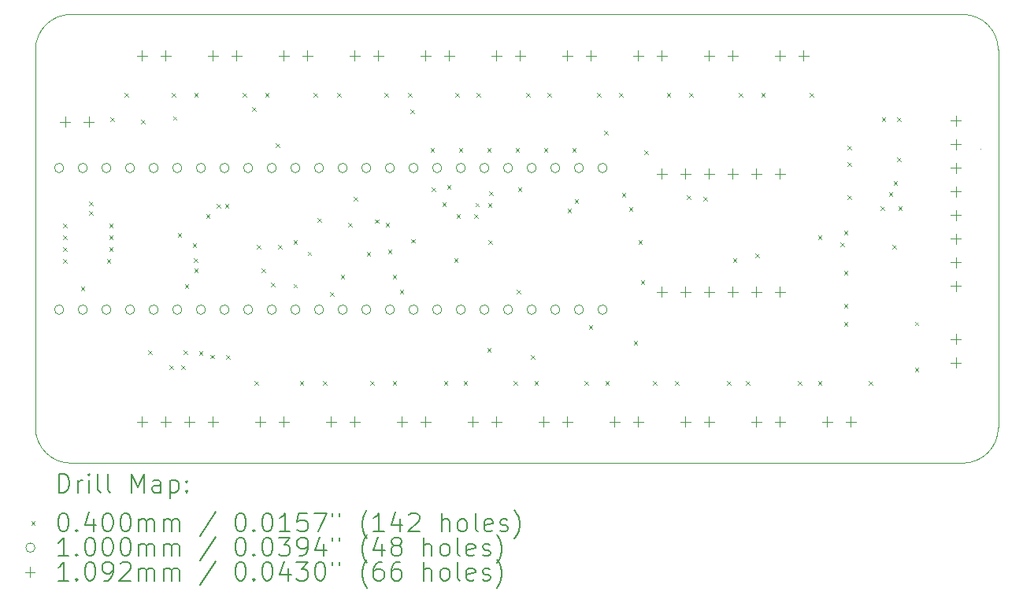
<source format=gbr>
%TF.GenerationSoftware,KiCad,Pcbnew,6.0.7-f9a2dced07~116~ubuntu20.04.1*%
%TF.CreationDate,2022-12-18T15:13:11-08:00*%
%TF.ProjectId,ButtonBd2,42757474-6f6e-4426-9432-2e6b69636164,rev?*%
%TF.SameCoordinates,Original*%
%TF.FileFunction,Drillmap*%
%TF.FilePolarity,Positive*%
%FSLAX45Y45*%
G04 Gerber Fmt 4.5, Leading zero omitted, Abs format (unit mm)*
G04 Created by KiCad (PCBNEW 6.0.7-f9a2dced07~116~ubuntu20.04.1) date 2022-12-18 15:13:11*
%MOMM*%
%LPD*%
G01*
G04 APERTURE LIST*
%ADD10C,0.100000*%
%ADD11C,0.200000*%
%ADD12C,0.040000*%
%ADD13C,0.109220*%
G04 APERTURE END LIST*
D10*
X5080000Y-6096000D02*
X5080000Y-10160000D01*
X15049500Y-10541000D02*
G75*
G03*
X15430500Y-10160000I0J381000D01*
G01*
X15049500Y-5715000D02*
X5461000Y-5715000D01*
X5461000Y-10541000D02*
X15049500Y-10541000D01*
X15430500Y-6096000D02*
G75*
G03*
X15049500Y-5715000I-381000J0D01*
G01*
X5080000Y-10160000D02*
G75*
G03*
X5461000Y-10541000I381000J0D01*
G01*
X15430500Y-10160000D02*
X15430500Y-6096000D01*
X5461000Y-5715000D02*
G75*
G03*
X5080000Y-6096000I0J-381000D01*
G01*
X15240000Y-7162800D02*
X15240000Y-7162800D01*
X15240000Y-7162800D02*
X15240000Y-7162800D01*
X15240000Y-7162800D02*
X15240000Y-7162800D01*
X15240000Y-7162800D02*
X15240000Y-7162800D01*
D11*
D12*
X5377500Y-7968300D02*
X5417500Y-8008300D01*
X5417500Y-7968300D02*
X5377500Y-8008300D01*
X5377500Y-8095300D02*
X5417500Y-8135300D01*
X5417500Y-8095300D02*
X5377500Y-8135300D01*
X5377500Y-8222300D02*
X5417500Y-8262300D01*
X5417500Y-8222300D02*
X5377500Y-8262300D01*
X5377500Y-8349300D02*
X5417500Y-8389300D01*
X5417500Y-8349300D02*
X5377500Y-8389300D01*
X5568000Y-8641400D02*
X5608000Y-8681400D01*
X5608000Y-8641400D02*
X5568000Y-8681400D01*
X5656900Y-7727000D02*
X5696900Y-7767000D01*
X5696900Y-7727000D02*
X5656900Y-7767000D01*
X5656900Y-7828600D02*
X5696900Y-7868600D01*
X5696900Y-7828600D02*
X5656900Y-7868600D01*
X5847400Y-8349300D02*
X5887400Y-8389300D01*
X5887400Y-8349300D02*
X5847400Y-8389300D01*
X5872800Y-7968300D02*
X5912800Y-8008300D01*
X5912800Y-7968300D02*
X5872800Y-8008300D01*
X5872800Y-8095300D02*
X5912800Y-8135300D01*
X5912800Y-8095300D02*
X5872800Y-8135300D01*
X5872800Y-8222300D02*
X5912800Y-8262300D01*
X5912800Y-8222300D02*
X5872800Y-8262300D01*
X5885500Y-6825300D02*
X5925500Y-6865300D01*
X5925500Y-6825300D02*
X5885500Y-6865300D01*
X6037900Y-6558600D02*
X6077900Y-6598600D01*
X6077900Y-6558600D02*
X6037900Y-6598600D01*
X6215700Y-6850700D02*
X6255700Y-6890700D01*
X6255700Y-6850700D02*
X6215700Y-6890700D01*
X6291900Y-9327200D02*
X6331900Y-9367200D01*
X6331900Y-9327200D02*
X6291900Y-9367200D01*
X6520500Y-9492300D02*
X6560500Y-9532300D01*
X6560500Y-9492300D02*
X6520500Y-9532300D01*
X6545900Y-6558600D02*
X6585900Y-6598600D01*
X6585900Y-6558600D02*
X6545900Y-6598600D01*
X6558600Y-6810060D02*
X6598600Y-6850060D01*
X6598600Y-6810060D02*
X6558600Y-6850060D01*
X6609400Y-8069900D02*
X6649400Y-8109900D01*
X6649400Y-8069900D02*
X6609400Y-8109900D01*
X6647500Y-9492300D02*
X6687500Y-9532300D01*
X6687500Y-9492300D02*
X6647500Y-9532300D01*
X6672900Y-9327200D02*
X6712900Y-9367200D01*
X6712900Y-9327200D02*
X6672900Y-9367200D01*
X6685600Y-8616000D02*
X6725600Y-8656000D01*
X6725600Y-8616000D02*
X6685600Y-8656000D01*
X6769758Y-8176950D02*
X6809758Y-8216950D01*
X6809758Y-8176950D02*
X6769758Y-8216950D01*
X6785148Y-8334950D02*
X6825148Y-8374950D01*
X6825148Y-8334950D02*
X6785148Y-8374950D01*
X6787200Y-6558600D02*
X6827200Y-6598600D01*
X6827200Y-6558600D02*
X6787200Y-6598600D01*
X6787200Y-8450900D02*
X6827200Y-8490900D01*
X6827200Y-8450900D02*
X6787200Y-8490900D01*
X6838000Y-9339900D02*
X6878000Y-9379900D01*
X6878000Y-9339900D02*
X6838000Y-9379900D01*
X6914200Y-7866700D02*
X6954200Y-7906700D01*
X6954200Y-7866700D02*
X6914200Y-7906700D01*
X6957380Y-9375460D02*
X6997380Y-9415460D01*
X6997380Y-9375460D02*
X6957380Y-9415460D01*
X7028500Y-7752400D02*
X7068500Y-7792400D01*
X7068500Y-7752400D02*
X7028500Y-7792400D01*
X7117400Y-7752400D02*
X7157400Y-7792400D01*
X7157400Y-7752400D02*
X7117400Y-7792400D01*
X7130100Y-9378000D02*
X7170100Y-9418000D01*
X7170100Y-9378000D02*
X7130100Y-9418000D01*
X7307900Y-6558600D02*
X7347900Y-6598600D01*
X7347900Y-6558600D02*
X7307900Y-6598600D01*
X7409500Y-6711000D02*
X7449500Y-6751000D01*
X7449500Y-6711000D02*
X7409500Y-6751000D01*
X7434900Y-9657400D02*
X7474900Y-9697400D01*
X7474900Y-9657400D02*
X7434900Y-9697400D01*
X7460300Y-8196900D02*
X7500300Y-8236900D01*
X7500300Y-8196900D02*
X7460300Y-8236900D01*
X7511100Y-8450900D02*
X7551100Y-8490900D01*
X7551100Y-8450900D02*
X7511100Y-8490900D01*
X7549200Y-6558600D02*
X7589200Y-6598600D01*
X7589200Y-6558600D02*
X7549200Y-6598600D01*
X7612700Y-8603300D02*
X7652700Y-8643300D01*
X7652700Y-8603300D02*
X7612700Y-8643300D01*
X7663500Y-7104700D02*
X7703500Y-7144700D01*
X7703500Y-7104700D02*
X7663500Y-7144700D01*
X7688900Y-8196900D02*
X7728900Y-8236900D01*
X7728900Y-8196900D02*
X7688900Y-8236900D01*
X7854000Y-8146100D02*
X7894000Y-8186100D01*
X7894000Y-8146100D02*
X7854000Y-8186100D01*
X7854000Y-8613200D02*
X7894000Y-8653200D01*
X7894000Y-8613200D02*
X7854000Y-8653200D01*
X7920300Y-9657400D02*
X7960300Y-9697400D01*
X7960300Y-9657400D02*
X7920300Y-9697400D01*
X8006400Y-8266000D02*
X8046400Y-8306000D01*
X8046400Y-8266000D02*
X8006400Y-8306000D01*
X8069900Y-6558600D02*
X8109900Y-6598600D01*
X8109900Y-6558600D02*
X8069900Y-6598600D01*
X8109724Y-7909042D02*
X8149724Y-7949042D01*
X8149724Y-7909042D02*
X8109724Y-7949042D01*
X8171500Y-9657400D02*
X8211500Y-9697400D01*
X8211500Y-9657400D02*
X8171500Y-9697400D01*
X8246411Y-8703612D02*
X8286411Y-8743612D01*
X8286411Y-8703612D02*
X8246411Y-8743612D01*
X8321100Y-6558887D02*
X8361100Y-6598887D01*
X8361100Y-6558887D02*
X8321100Y-6598887D01*
X8362000Y-8514400D02*
X8402000Y-8554400D01*
X8402000Y-8514400D02*
X8362000Y-8554400D01*
X8441000Y-7959015D02*
X8481000Y-7999015D01*
X8481000Y-7959015D02*
X8441000Y-7999015D01*
X8501700Y-7676200D02*
X8541700Y-7716200D01*
X8541700Y-7676200D02*
X8501700Y-7716200D01*
X8641400Y-8273100D02*
X8681400Y-8313100D01*
X8681400Y-8273100D02*
X8641400Y-8313100D01*
X8679500Y-9657400D02*
X8719500Y-9697400D01*
X8719500Y-9657400D02*
X8679500Y-9697400D01*
X8727760Y-7920040D02*
X8767760Y-7960040D01*
X8767760Y-7920040D02*
X8727760Y-7960040D01*
X8831900Y-6558600D02*
X8871900Y-6598600D01*
X8871900Y-6558600D02*
X8831900Y-6598600D01*
X8844600Y-7955600D02*
X8884600Y-7995600D01*
X8884600Y-7955600D02*
X8844600Y-7995600D01*
X8870000Y-8247700D02*
X8910000Y-8287700D01*
X8910000Y-8247700D02*
X8870000Y-8287700D01*
X8920800Y-8514140D02*
X8960800Y-8554140D01*
X8960800Y-8514140D02*
X8920800Y-8554140D01*
X8920800Y-9657400D02*
X8960800Y-9697400D01*
X8960800Y-9657400D02*
X8920800Y-9697400D01*
X8997000Y-8676960D02*
X9037000Y-8716960D01*
X9037000Y-8676960D02*
X8997000Y-8716960D01*
X9085900Y-6558600D02*
X9125900Y-6598600D01*
X9125900Y-6558600D02*
X9085900Y-6598600D01*
X9111300Y-6736400D02*
X9151300Y-6776400D01*
X9151300Y-6736400D02*
X9111300Y-6776400D01*
X9118920Y-8130860D02*
X9158920Y-8170860D01*
X9158920Y-8130860D02*
X9118920Y-8170860D01*
X9327200Y-7155500D02*
X9367200Y-7195500D01*
X9367200Y-7155500D02*
X9327200Y-7195500D01*
X9339900Y-7574600D02*
X9379900Y-7614600D01*
X9379900Y-7574600D02*
X9339900Y-7614600D01*
X9454200Y-7737160D02*
X9494200Y-7777160D01*
X9494200Y-7737160D02*
X9454200Y-7777160D01*
X9469700Y-9657400D02*
X9509700Y-9697400D01*
X9509700Y-9657400D02*
X9469700Y-9697400D01*
X9505000Y-7549200D02*
X9545000Y-7589200D01*
X9545000Y-7549200D02*
X9505000Y-7589200D01*
X9581200Y-8336600D02*
X9621200Y-8376600D01*
X9621200Y-8336600D02*
X9581200Y-8376600D01*
X9593900Y-6558600D02*
X9633900Y-6598600D01*
X9633900Y-6558600D02*
X9593900Y-6598600D01*
X9606600Y-7866700D02*
X9646600Y-7906700D01*
X9646600Y-7866700D02*
X9606600Y-7906700D01*
X9632000Y-7155500D02*
X9672000Y-7195500D01*
X9672000Y-7155500D02*
X9632000Y-7195500D01*
X9682800Y-9657400D02*
X9722800Y-9697400D01*
X9722800Y-9657400D02*
X9682800Y-9697400D01*
X9797100Y-7866700D02*
X9837100Y-7906700D01*
X9837100Y-7866700D02*
X9797100Y-7906700D01*
X9809800Y-7742240D02*
X9849800Y-7782240D01*
X9849800Y-7742240D02*
X9809800Y-7782240D01*
X9822500Y-6558600D02*
X9862500Y-6598600D01*
X9862500Y-6558600D02*
X9822500Y-6598600D01*
X9936800Y-7155500D02*
X9976800Y-7195500D01*
X9976800Y-7155500D02*
X9936800Y-7195500D01*
X9936800Y-9301800D02*
X9976800Y-9341800D01*
X9976800Y-9301800D02*
X9936800Y-9341800D01*
X9944420Y-7747320D02*
X9984420Y-7787320D01*
X9984420Y-7747320D02*
X9944420Y-7787320D01*
X9949500Y-8146100D02*
X9989500Y-8186100D01*
X9989500Y-8146100D02*
X9949500Y-8186100D01*
X9954580Y-7620320D02*
X9994580Y-7660320D01*
X9994580Y-7620320D02*
X9954580Y-7660320D01*
X10219000Y-9657400D02*
X10259000Y-9697400D01*
X10259000Y-9657400D02*
X10219000Y-9697400D01*
X10241600Y-7155500D02*
X10281600Y-7195500D01*
X10281600Y-7155500D02*
X10241600Y-7195500D01*
X10254300Y-8679500D02*
X10294300Y-8719500D01*
X10294300Y-8679500D02*
X10254300Y-8719500D01*
X10267000Y-7574600D02*
X10307000Y-7614600D01*
X10307000Y-7574600D02*
X10267000Y-7614600D01*
X10355900Y-6558600D02*
X10395900Y-6598600D01*
X10395900Y-6558600D02*
X10355900Y-6598600D01*
X10406700Y-9378000D02*
X10446700Y-9418000D01*
X10446700Y-9378000D02*
X10406700Y-9418000D01*
X10444800Y-9657400D02*
X10484800Y-9697400D01*
X10484800Y-9657400D02*
X10444800Y-9697400D01*
X10546400Y-7155500D02*
X10586400Y-7195500D01*
X10586400Y-7155500D02*
X10546400Y-7195500D01*
X10584500Y-6558600D02*
X10624500Y-6598600D01*
X10624500Y-6558600D02*
X10584500Y-6598600D01*
X10800400Y-7803200D02*
X10840400Y-7843200D01*
X10840400Y-7803200D02*
X10800400Y-7843200D01*
X10851200Y-7155500D02*
X10891200Y-7195500D01*
X10891200Y-7155500D02*
X10851200Y-7195500D01*
X10876600Y-7701600D02*
X10916600Y-7741600D01*
X10916600Y-7701600D02*
X10876600Y-7741600D01*
X10981000Y-9657400D02*
X11021000Y-9697400D01*
X11021000Y-9657400D02*
X10981000Y-9697400D01*
X11029000Y-9060500D02*
X11069000Y-9100500D01*
X11069000Y-9060500D02*
X11029000Y-9100500D01*
X11117900Y-6558600D02*
X11157900Y-6598600D01*
X11157900Y-6558600D02*
X11117900Y-6598600D01*
X11194100Y-6965000D02*
X11234100Y-7005000D01*
X11234100Y-6965000D02*
X11194100Y-7005000D01*
X11206800Y-9657400D02*
X11246800Y-9697400D01*
X11246800Y-9657400D02*
X11206800Y-9697400D01*
X11356400Y-6558600D02*
X11396400Y-6598600D01*
X11396400Y-6558600D02*
X11356400Y-6598600D01*
X11384600Y-7638100D02*
X11424600Y-7678100D01*
X11424600Y-7638100D02*
X11384600Y-7678100D01*
X11460800Y-7790500D02*
X11500800Y-7830500D01*
X11500800Y-7790500D02*
X11460800Y-7830500D01*
X11511600Y-9225600D02*
X11551600Y-9265600D01*
X11551600Y-9225600D02*
X11511600Y-9265600D01*
X11562400Y-8146100D02*
X11602400Y-8186100D01*
X11602400Y-8146100D02*
X11562400Y-8186100D01*
X11587800Y-8577900D02*
X11627800Y-8617900D01*
X11627800Y-8577900D02*
X11587800Y-8617900D01*
X11625900Y-7180900D02*
X11665900Y-7220900D01*
X11665900Y-7180900D02*
X11625900Y-7220900D01*
X11717600Y-9657400D02*
X11757600Y-9697400D01*
X11757600Y-9657400D02*
X11717600Y-9697400D01*
X11867200Y-6558600D02*
X11907200Y-6598600D01*
X11907200Y-6558600D02*
X11867200Y-6598600D01*
X11956100Y-9657400D02*
X11996100Y-9697400D01*
X11996100Y-9657400D02*
X11956100Y-9697400D01*
X12083100Y-7663500D02*
X12123100Y-7703500D01*
X12123100Y-7663500D02*
X12083100Y-7703500D01*
X12108500Y-6558600D02*
X12148500Y-6598600D01*
X12148500Y-6558600D02*
X12108500Y-6598600D01*
X12260900Y-7676200D02*
X12300900Y-7716200D01*
X12300900Y-7676200D02*
X12260900Y-7716200D01*
X12514900Y-9657400D02*
X12554900Y-9697400D01*
X12554900Y-9657400D02*
X12514900Y-9697400D01*
X12578400Y-8336600D02*
X12618400Y-8376600D01*
X12618400Y-8336600D02*
X12578400Y-8376600D01*
X12641900Y-6558600D02*
X12681900Y-6598600D01*
X12681900Y-6558600D02*
X12641900Y-6598600D01*
X12718100Y-9657400D02*
X12758100Y-9697400D01*
X12758100Y-9657400D02*
X12718100Y-9697400D01*
X12819700Y-8285800D02*
X12859700Y-8325800D01*
X12859700Y-8285800D02*
X12819700Y-8325800D01*
X12883200Y-6558600D02*
X12923200Y-6598600D01*
X12923200Y-6558600D02*
X12883200Y-6598600D01*
X13276900Y-9657400D02*
X13316900Y-9697400D01*
X13316900Y-9657400D02*
X13276900Y-9697400D01*
X13403900Y-6558600D02*
X13443900Y-6598600D01*
X13443900Y-6558600D02*
X13403900Y-6598600D01*
X13492800Y-8095300D02*
X13532800Y-8135300D01*
X13532800Y-8095300D02*
X13492800Y-8135300D01*
X13492800Y-9657400D02*
X13532800Y-9697400D01*
X13532800Y-9657400D02*
X13492800Y-9697400D01*
X13734100Y-8171500D02*
X13774100Y-8211500D01*
X13774100Y-8171500D02*
X13734100Y-8211500D01*
X13772200Y-8044500D02*
X13812200Y-8084500D01*
X13812200Y-8044500D02*
X13772200Y-8084500D01*
X13772200Y-8476300D02*
X13812200Y-8516300D01*
X13812200Y-8476300D02*
X13772200Y-8516300D01*
X13772200Y-8831900D02*
X13812200Y-8871900D01*
X13812200Y-8831900D02*
X13772200Y-8871900D01*
X13772200Y-9022400D02*
X13812200Y-9062400D01*
X13812200Y-9022400D02*
X13772200Y-9062400D01*
X13810300Y-7130100D02*
X13850300Y-7170100D01*
X13850300Y-7130100D02*
X13810300Y-7170100D01*
X13810300Y-7307900D02*
X13850300Y-7347900D01*
X13850300Y-7307900D02*
X13810300Y-7347900D01*
X13810300Y-7663500D02*
X13850300Y-7703500D01*
X13850300Y-7663500D02*
X13810300Y-7703500D01*
X14038900Y-9657400D02*
X14078900Y-9697400D01*
X14078900Y-9657400D02*
X14038900Y-9697400D01*
X14165900Y-7777800D02*
X14205900Y-7817800D01*
X14205900Y-7777800D02*
X14165900Y-7817800D01*
X14178600Y-6825300D02*
X14218600Y-6865300D01*
X14218600Y-6825300D02*
X14178600Y-6865300D01*
X14254800Y-7625400D02*
X14294800Y-7665400D01*
X14294800Y-7625400D02*
X14254800Y-7665400D01*
X14292900Y-8196900D02*
X14332900Y-8236900D01*
X14332900Y-8196900D02*
X14292900Y-8236900D01*
X14305600Y-7511100D02*
X14345600Y-7551100D01*
X14345600Y-7511100D02*
X14305600Y-7551100D01*
X14343700Y-6825300D02*
X14383700Y-6865300D01*
X14383700Y-6825300D02*
X14343700Y-6865300D01*
X14343700Y-7257100D02*
X14383700Y-7297100D01*
X14383700Y-7257100D02*
X14343700Y-7297100D01*
X14356400Y-7777800D02*
X14396400Y-7817800D01*
X14396400Y-7777800D02*
X14356400Y-7817800D01*
X14534200Y-9019600D02*
X14574200Y-9059600D01*
X14574200Y-9019600D02*
X14534200Y-9059600D01*
X14534200Y-9517700D02*
X14574200Y-9557700D01*
X14574200Y-9517700D02*
X14534200Y-9557700D01*
D10*
X5384000Y-7366000D02*
G75*
G03*
X5384000Y-7366000I-50000J0D01*
G01*
X5384000Y-8890000D02*
G75*
G03*
X5384000Y-8890000I-50000J0D01*
G01*
X5638000Y-7366000D02*
G75*
G03*
X5638000Y-7366000I-50000J0D01*
G01*
X5638000Y-8890000D02*
G75*
G03*
X5638000Y-8890000I-50000J0D01*
G01*
X5892000Y-7366000D02*
G75*
G03*
X5892000Y-7366000I-50000J0D01*
G01*
X5892000Y-8890000D02*
G75*
G03*
X5892000Y-8890000I-50000J0D01*
G01*
X6146000Y-7366000D02*
G75*
G03*
X6146000Y-7366000I-50000J0D01*
G01*
X6146000Y-8890000D02*
G75*
G03*
X6146000Y-8890000I-50000J0D01*
G01*
X6400000Y-7366000D02*
G75*
G03*
X6400000Y-7366000I-50000J0D01*
G01*
X6400000Y-8890000D02*
G75*
G03*
X6400000Y-8890000I-50000J0D01*
G01*
X6654000Y-7366000D02*
G75*
G03*
X6654000Y-7366000I-50000J0D01*
G01*
X6654000Y-8890000D02*
G75*
G03*
X6654000Y-8890000I-50000J0D01*
G01*
X6908000Y-7366000D02*
G75*
G03*
X6908000Y-7366000I-50000J0D01*
G01*
X6908000Y-8890000D02*
G75*
G03*
X6908000Y-8890000I-50000J0D01*
G01*
X7162000Y-7366000D02*
G75*
G03*
X7162000Y-7366000I-50000J0D01*
G01*
X7162000Y-8890000D02*
G75*
G03*
X7162000Y-8890000I-50000J0D01*
G01*
X7416000Y-7366000D02*
G75*
G03*
X7416000Y-7366000I-50000J0D01*
G01*
X7416000Y-8890000D02*
G75*
G03*
X7416000Y-8890000I-50000J0D01*
G01*
X7670000Y-7366000D02*
G75*
G03*
X7670000Y-7366000I-50000J0D01*
G01*
X7670000Y-8890000D02*
G75*
G03*
X7670000Y-8890000I-50000J0D01*
G01*
X7924000Y-7366000D02*
G75*
G03*
X7924000Y-7366000I-50000J0D01*
G01*
X7924000Y-8890000D02*
G75*
G03*
X7924000Y-8890000I-50000J0D01*
G01*
X8178000Y-7366000D02*
G75*
G03*
X8178000Y-7366000I-50000J0D01*
G01*
X8178000Y-8890000D02*
G75*
G03*
X8178000Y-8890000I-50000J0D01*
G01*
X8432000Y-7366000D02*
G75*
G03*
X8432000Y-7366000I-50000J0D01*
G01*
X8432000Y-8890000D02*
G75*
G03*
X8432000Y-8890000I-50000J0D01*
G01*
X8686000Y-7366000D02*
G75*
G03*
X8686000Y-7366000I-50000J0D01*
G01*
X8686000Y-8890000D02*
G75*
G03*
X8686000Y-8890000I-50000J0D01*
G01*
X8940000Y-7366000D02*
G75*
G03*
X8940000Y-7366000I-50000J0D01*
G01*
X8940000Y-8890000D02*
G75*
G03*
X8940000Y-8890000I-50000J0D01*
G01*
X9194000Y-7366000D02*
G75*
G03*
X9194000Y-7366000I-50000J0D01*
G01*
X9194000Y-8890000D02*
G75*
G03*
X9194000Y-8890000I-50000J0D01*
G01*
X9448000Y-7366000D02*
G75*
G03*
X9448000Y-7366000I-50000J0D01*
G01*
X9448000Y-8890000D02*
G75*
G03*
X9448000Y-8890000I-50000J0D01*
G01*
X9702000Y-7366000D02*
G75*
G03*
X9702000Y-7366000I-50000J0D01*
G01*
X9702000Y-8890000D02*
G75*
G03*
X9702000Y-8890000I-50000J0D01*
G01*
X9956000Y-7366000D02*
G75*
G03*
X9956000Y-7366000I-50000J0D01*
G01*
X9956000Y-8890000D02*
G75*
G03*
X9956000Y-8890000I-50000J0D01*
G01*
X10210000Y-7366000D02*
G75*
G03*
X10210000Y-7366000I-50000J0D01*
G01*
X10210000Y-8890000D02*
G75*
G03*
X10210000Y-8890000I-50000J0D01*
G01*
X10464000Y-7366000D02*
G75*
G03*
X10464000Y-7366000I-50000J0D01*
G01*
X10464000Y-8890000D02*
G75*
G03*
X10464000Y-8890000I-50000J0D01*
G01*
X10718000Y-7366000D02*
G75*
G03*
X10718000Y-7366000I-50000J0D01*
G01*
X10718000Y-8890000D02*
G75*
G03*
X10718000Y-8890000I-50000J0D01*
G01*
X10972000Y-7366000D02*
G75*
G03*
X10972000Y-7366000I-50000J0D01*
G01*
X10972000Y-8890000D02*
G75*
G03*
X10972000Y-8890000I-50000J0D01*
G01*
X11226000Y-7366000D02*
G75*
G03*
X11226000Y-7366000I-50000J0D01*
G01*
X11226000Y-8890000D02*
G75*
G03*
X11226000Y-8890000I-50000J0D01*
G01*
D13*
X5397500Y-6816090D02*
X5397500Y-6925310D01*
X5342890Y-6870700D02*
X5452110Y-6870700D01*
X5651500Y-6816090D02*
X5651500Y-6925310D01*
X5596890Y-6870700D02*
X5706110Y-6870700D01*
X6223000Y-6104890D02*
X6223000Y-6214110D01*
X6168390Y-6159500D02*
X6277610Y-6159500D01*
X6223000Y-10041890D02*
X6223000Y-10151110D01*
X6168390Y-10096500D02*
X6277610Y-10096500D01*
X6477000Y-6104890D02*
X6477000Y-6214110D01*
X6422390Y-6159500D02*
X6531610Y-6159500D01*
X6477000Y-10041890D02*
X6477000Y-10151110D01*
X6422390Y-10096500D02*
X6531610Y-10096500D01*
X6731000Y-10041890D02*
X6731000Y-10151110D01*
X6676390Y-10096500D02*
X6785610Y-10096500D01*
X6985000Y-6104890D02*
X6985000Y-6214110D01*
X6930390Y-6159500D02*
X7039610Y-6159500D01*
X6985000Y-10041890D02*
X6985000Y-10151110D01*
X6930390Y-10096500D02*
X7039610Y-10096500D01*
X7239000Y-6104890D02*
X7239000Y-6214110D01*
X7184390Y-6159500D02*
X7293610Y-6159500D01*
X7493000Y-10041890D02*
X7493000Y-10151110D01*
X7438390Y-10096500D02*
X7547610Y-10096500D01*
X7747000Y-6104890D02*
X7747000Y-6214110D01*
X7692390Y-6159500D02*
X7801610Y-6159500D01*
X7747000Y-10041890D02*
X7747000Y-10151110D01*
X7692390Y-10096500D02*
X7801610Y-10096500D01*
X8001000Y-6104890D02*
X8001000Y-6214110D01*
X7946390Y-6159500D02*
X8055610Y-6159500D01*
X8255000Y-10041890D02*
X8255000Y-10151110D01*
X8200390Y-10096500D02*
X8309610Y-10096500D01*
X8509000Y-6104890D02*
X8509000Y-6214110D01*
X8454390Y-6159500D02*
X8563610Y-6159500D01*
X8509000Y-10041890D02*
X8509000Y-10151110D01*
X8454390Y-10096500D02*
X8563610Y-10096500D01*
X8763000Y-6104890D02*
X8763000Y-6214110D01*
X8708390Y-6159500D02*
X8817610Y-6159500D01*
X9017000Y-10041890D02*
X9017000Y-10151110D01*
X8962390Y-10096500D02*
X9071610Y-10096500D01*
X9271000Y-6104890D02*
X9271000Y-6214110D01*
X9216390Y-6159500D02*
X9325610Y-6159500D01*
X9271000Y-10041890D02*
X9271000Y-10151110D01*
X9216390Y-10096500D02*
X9325610Y-10096500D01*
X9525000Y-6104890D02*
X9525000Y-6214110D01*
X9470390Y-6159500D02*
X9579610Y-6159500D01*
X9779000Y-10041890D02*
X9779000Y-10151110D01*
X9724390Y-10096500D02*
X9833610Y-10096500D01*
X10033000Y-6104890D02*
X10033000Y-6214110D01*
X9978390Y-6159500D02*
X10087610Y-6159500D01*
X10033000Y-10041890D02*
X10033000Y-10151110D01*
X9978390Y-10096500D02*
X10087610Y-10096500D01*
X10287000Y-6104890D02*
X10287000Y-6214110D01*
X10232390Y-6159500D02*
X10341610Y-6159500D01*
X10541000Y-10041890D02*
X10541000Y-10151110D01*
X10486390Y-10096500D02*
X10595610Y-10096500D01*
X10795000Y-6104890D02*
X10795000Y-6214110D01*
X10740390Y-6159500D02*
X10849610Y-6159500D01*
X10795000Y-10041890D02*
X10795000Y-10151110D01*
X10740390Y-10096500D02*
X10849610Y-10096500D01*
X11049000Y-6104890D02*
X11049000Y-6214110D01*
X10994390Y-6159500D02*
X11103610Y-6159500D01*
X11303000Y-10041890D02*
X11303000Y-10151110D01*
X11248390Y-10096500D02*
X11357610Y-10096500D01*
X11557000Y-6104890D02*
X11557000Y-6214110D01*
X11502390Y-6159500D02*
X11611610Y-6159500D01*
X11557000Y-10041890D02*
X11557000Y-10151110D01*
X11502390Y-10096500D02*
X11611610Y-10096500D01*
X11811000Y-6104890D02*
X11811000Y-6214110D01*
X11756390Y-6159500D02*
X11865610Y-6159500D01*
X11811000Y-7374890D02*
X11811000Y-7484110D01*
X11756390Y-7429500D02*
X11865610Y-7429500D01*
X11811000Y-8644890D02*
X11811000Y-8754110D01*
X11756390Y-8699500D02*
X11865610Y-8699500D01*
X12065000Y-7374890D02*
X12065000Y-7484110D01*
X12010390Y-7429500D02*
X12119610Y-7429500D01*
X12065000Y-8644890D02*
X12065000Y-8754110D01*
X12010390Y-8699500D02*
X12119610Y-8699500D01*
X12065000Y-10041890D02*
X12065000Y-10151110D01*
X12010390Y-10096500D02*
X12119610Y-10096500D01*
X12319000Y-6104890D02*
X12319000Y-6214110D01*
X12264390Y-6159500D02*
X12373610Y-6159500D01*
X12319000Y-7374890D02*
X12319000Y-7484110D01*
X12264390Y-7429500D02*
X12373610Y-7429500D01*
X12319000Y-8644890D02*
X12319000Y-8754110D01*
X12264390Y-8699500D02*
X12373610Y-8699500D01*
X12319000Y-10041890D02*
X12319000Y-10151110D01*
X12264390Y-10096500D02*
X12373610Y-10096500D01*
X12573000Y-6104890D02*
X12573000Y-6214110D01*
X12518390Y-6159500D02*
X12627610Y-6159500D01*
X12573000Y-7374890D02*
X12573000Y-7484110D01*
X12518390Y-7429500D02*
X12627610Y-7429500D01*
X12573000Y-8644890D02*
X12573000Y-8754110D01*
X12518390Y-8699500D02*
X12627610Y-8699500D01*
X12827000Y-7374890D02*
X12827000Y-7484110D01*
X12772390Y-7429500D02*
X12881610Y-7429500D01*
X12827000Y-8644890D02*
X12827000Y-8754110D01*
X12772390Y-8699500D02*
X12881610Y-8699500D01*
X12827000Y-10041890D02*
X12827000Y-10151110D01*
X12772390Y-10096500D02*
X12881610Y-10096500D01*
X13081000Y-6104890D02*
X13081000Y-6214110D01*
X13026390Y-6159500D02*
X13135610Y-6159500D01*
X13081000Y-7374890D02*
X13081000Y-7484110D01*
X13026390Y-7429500D02*
X13135610Y-7429500D01*
X13081000Y-8644890D02*
X13081000Y-8754110D01*
X13026390Y-8699500D02*
X13135610Y-8699500D01*
X13081000Y-10041890D02*
X13081000Y-10151110D01*
X13026390Y-10096500D02*
X13135610Y-10096500D01*
X13335000Y-6104890D02*
X13335000Y-6214110D01*
X13280390Y-6159500D02*
X13389610Y-6159500D01*
X13589000Y-10041890D02*
X13589000Y-10151110D01*
X13534390Y-10096500D02*
X13643610Y-10096500D01*
X13843000Y-10041890D02*
X13843000Y-10151110D01*
X13788390Y-10096500D02*
X13897610Y-10096500D01*
X14973300Y-6803390D02*
X14973300Y-6912610D01*
X14918690Y-6858000D02*
X15027910Y-6858000D01*
X14973300Y-7057390D02*
X14973300Y-7166610D01*
X14918690Y-7112000D02*
X15027910Y-7112000D01*
X14973300Y-7311390D02*
X14973300Y-7420610D01*
X14918690Y-7366000D02*
X15027910Y-7366000D01*
X14973300Y-7565390D02*
X14973300Y-7674610D01*
X14918690Y-7620000D02*
X15027910Y-7620000D01*
X14973300Y-7819390D02*
X14973300Y-7928610D01*
X14918690Y-7874000D02*
X15027910Y-7874000D01*
X14973300Y-8073390D02*
X14973300Y-8182610D01*
X14918690Y-8128000D02*
X15027910Y-8128000D01*
X14973300Y-8327390D02*
X14973300Y-8436610D01*
X14918690Y-8382000D02*
X15027910Y-8382000D01*
X14973300Y-8581390D02*
X14973300Y-8690610D01*
X14918690Y-8636000D02*
X15027910Y-8636000D01*
X14973300Y-9152890D02*
X14973300Y-9262110D01*
X14918690Y-9207500D02*
X15027910Y-9207500D01*
X14973300Y-9406890D02*
X14973300Y-9516110D01*
X14918690Y-9461500D02*
X15027910Y-9461500D01*
D11*
X5332619Y-10856476D02*
X5332619Y-10656476D01*
X5380238Y-10656476D01*
X5408810Y-10666000D01*
X5427857Y-10685048D01*
X5437381Y-10704095D01*
X5446905Y-10742190D01*
X5446905Y-10770762D01*
X5437381Y-10808857D01*
X5427857Y-10827905D01*
X5408810Y-10846952D01*
X5380238Y-10856476D01*
X5332619Y-10856476D01*
X5532619Y-10856476D02*
X5532619Y-10723143D01*
X5532619Y-10761238D02*
X5542143Y-10742190D01*
X5551667Y-10732667D01*
X5570714Y-10723143D01*
X5589762Y-10723143D01*
X5656428Y-10856476D02*
X5656428Y-10723143D01*
X5656428Y-10656476D02*
X5646905Y-10666000D01*
X5656428Y-10675524D01*
X5665952Y-10666000D01*
X5656428Y-10656476D01*
X5656428Y-10675524D01*
X5780238Y-10856476D02*
X5761190Y-10846952D01*
X5751667Y-10827905D01*
X5751667Y-10656476D01*
X5885000Y-10856476D02*
X5865952Y-10846952D01*
X5856428Y-10827905D01*
X5856428Y-10656476D01*
X6113571Y-10856476D02*
X6113571Y-10656476D01*
X6180238Y-10799333D01*
X6246905Y-10656476D01*
X6246905Y-10856476D01*
X6427857Y-10856476D02*
X6427857Y-10751714D01*
X6418333Y-10732667D01*
X6399286Y-10723143D01*
X6361190Y-10723143D01*
X6342143Y-10732667D01*
X6427857Y-10846952D02*
X6408809Y-10856476D01*
X6361190Y-10856476D01*
X6342143Y-10846952D01*
X6332619Y-10827905D01*
X6332619Y-10808857D01*
X6342143Y-10789810D01*
X6361190Y-10780286D01*
X6408809Y-10780286D01*
X6427857Y-10770762D01*
X6523095Y-10723143D02*
X6523095Y-10923143D01*
X6523095Y-10732667D02*
X6542143Y-10723143D01*
X6580238Y-10723143D01*
X6599286Y-10732667D01*
X6608809Y-10742190D01*
X6618333Y-10761238D01*
X6618333Y-10818381D01*
X6608809Y-10837429D01*
X6599286Y-10846952D01*
X6580238Y-10856476D01*
X6542143Y-10856476D01*
X6523095Y-10846952D01*
X6704048Y-10837429D02*
X6713571Y-10846952D01*
X6704048Y-10856476D01*
X6694524Y-10846952D01*
X6704048Y-10837429D01*
X6704048Y-10856476D01*
X6704048Y-10732667D02*
X6713571Y-10742190D01*
X6704048Y-10751714D01*
X6694524Y-10742190D01*
X6704048Y-10732667D01*
X6704048Y-10751714D01*
D12*
X5035000Y-11166000D02*
X5075000Y-11206000D01*
X5075000Y-11166000D02*
X5035000Y-11206000D01*
D11*
X5370714Y-11076476D02*
X5389762Y-11076476D01*
X5408810Y-11086000D01*
X5418333Y-11095524D01*
X5427857Y-11114571D01*
X5437381Y-11152667D01*
X5437381Y-11200286D01*
X5427857Y-11238381D01*
X5418333Y-11257428D01*
X5408810Y-11266952D01*
X5389762Y-11276476D01*
X5370714Y-11276476D01*
X5351667Y-11266952D01*
X5342143Y-11257428D01*
X5332619Y-11238381D01*
X5323095Y-11200286D01*
X5323095Y-11152667D01*
X5332619Y-11114571D01*
X5342143Y-11095524D01*
X5351667Y-11086000D01*
X5370714Y-11076476D01*
X5523095Y-11257428D02*
X5532619Y-11266952D01*
X5523095Y-11276476D01*
X5513571Y-11266952D01*
X5523095Y-11257428D01*
X5523095Y-11276476D01*
X5704048Y-11143143D02*
X5704048Y-11276476D01*
X5656428Y-11066952D02*
X5608809Y-11209809D01*
X5732619Y-11209809D01*
X5846905Y-11076476D02*
X5865952Y-11076476D01*
X5885000Y-11086000D01*
X5894524Y-11095524D01*
X5904048Y-11114571D01*
X5913571Y-11152667D01*
X5913571Y-11200286D01*
X5904048Y-11238381D01*
X5894524Y-11257428D01*
X5885000Y-11266952D01*
X5865952Y-11276476D01*
X5846905Y-11276476D01*
X5827857Y-11266952D01*
X5818333Y-11257428D01*
X5808809Y-11238381D01*
X5799286Y-11200286D01*
X5799286Y-11152667D01*
X5808809Y-11114571D01*
X5818333Y-11095524D01*
X5827857Y-11086000D01*
X5846905Y-11076476D01*
X6037381Y-11076476D02*
X6056428Y-11076476D01*
X6075476Y-11086000D01*
X6085000Y-11095524D01*
X6094524Y-11114571D01*
X6104048Y-11152667D01*
X6104048Y-11200286D01*
X6094524Y-11238381D01*
X6085000Y-11257428D01*
X6075476Y-11266952D01*
X6056428Y-11276476D01*
X6037381Y-11276476D01*
X6018333Y-11266952D01*
X6008809Y-11257428D01*
X5999286Y-11238381D01*
X5989762Y-11200286D01*
X5989762Y-11152667D01*
X5999286Y-11114571D01*
X6008809Y-11095524D01*
X6018333Y-11086000D01*
X6037381Y-11076476D01*
X6189762Y-11276476D02*
X6189762Y-11143143D01*
X6189762Y-11162190D02*
X6199286Y-11152667D01*
X6218333Y-11143143D01*
X6246905Y-11143143D01*
X6265952Y-11152667D01*
X6275476Y-11171714D01*
X6275476Y-11276476D01*
X6275476Y-11171714D02*
X6285000Y-11152667D01*
X6304048Y-11143143D01*
X6332619Y-11143143D01*
X6351667Y-11152667D01*
X6361190Y-11171714D01*
X6361190Y-11276476D01*
X6456428Y-11276476D02*
X6456428Y-11143143D01*
X6456428Y-11162190D02*
X6465952Y-11152667D01*
X6485000Y-11143143D01*
X6513571Y-11143143D01*
X6532619Y-11152667D01*
X6542143Y-11171714D01*
X6542143Y-11276476D01*
X6542143Y-11171714D02*
X6551667Y-11152667D01*
X6570714Y-11143143D01*
X6599286Y-11143143D01*
X6618333Y-11152667D01*
X6627857Y-11171714D01*
X6627857Y-11276476D01*
X7018333Y-11066952D02*
X6846905Y-11324095D01*
X7275476Y-11076476D02*
X7294524Y-11076476D01*
X7313571Y-11086000D01*
X7323095Y-11095524D01*
X7332619Y-11114571D01*
X7342143Y-11152667D01*
X7342143Y-11200286D01*
X7332619Y-11238381D01*
X7323095Y-11257428D01*
X7313571Y-11266952D01*
X7294524Y-11276476D01*
X7275476Y-11276476D01*
X7256428Y-11266952D01*
X7246905Y-11257428D01*
X7237381Y-11238381D01*
X7227857Y-11200286D01*
X7227857Y-11152667D01*
X7237381Y-11114571D01*
X7246905Y-11095524D01*
X7256428Y-11086000D01*
X7275476Y-11076476D01*
X7427857Y-11257428D02*
X7437381Y-11266952D01*
X7427857Y-11276476D01*
X7418333Y-11266952D01*
X7427857Y-11257428D01*
X7427857Y-11276476D01*
X7561190Y-11076476D02*
X7580238Y-11076476D01*
X7599286Y-11086000D01*
X7608809Y-11095524D01*
X7618333Y-11114571D01*
X7627857Y-11152667D01*
X7627857Y-11200286D01*
X7618333Y-11238381D01*
X7608809Y-11257428D01*
X7599286Y-11266952D01*
X7580238Y-11276476D01*
X7561190Y-11276476D01*
X7542143Y-11266952D01*
X7532619Y-11257428D01*
X7523095Y-11238381D01*
X7513571Y-11200286D01*
X7513571Y-11152667D01*
X7523095Y-11114571D01*
X7532619Y-11095524D01*
X7542143Y-11086000D01*
X7561190Y-11076476D01*
X7818333Y-11276476D02*
X7704048Y-11276476D01*
X7761190Y-11276476D02*
X7761190Y-11076476D01*
X7742143Y-11105048D01*
X7723095Y-11124095D01*
X7704048Y-11133619D01*
X7999286Y-11076476D02*
X7904048Y-11076476D01*
X7894524Y-11171714D01*
X7904048Y-11162190D01*
X7923095Y-11152667D01*
X7970714Y-11152667D01*
X7989762Y-11162190D01*
X7999286Y-11171714D01*
X8008809Y-11190762D01*
X8008809Y-11238381D01*
X7999286Y-11257428D01*
X7989762Y-11266952D01*
X7970714Y-11276476D01*
X7923095Y-11276476D01*
X7904048Y-11266952D01*
X7894524Y-11257428D01*
X8075476Y-11076476D02*
X8208809Y-11076476D01*
X8123095Y-11276476D01*
X8275476Y-11076476D02*
X8275476Y-11114571D01*
X8351667Y-11076476D02*
X8351667Y-11114571D01*
X8646905Y-11352667D02*
X8637381Y-11343143D01*
X8618333Y-11314571D01*
X8608810Y-11295524D01*
X8599286Y-11266952D01*
X8589762Y-11219333D01*
X8589762Y-11181238D01*
X8599286Y-11133619D01*
X8608810Y-11105048D01*
X8618333Y-11086000D01*
X8637381Y-11057429D01*
X8646905Y-11047905D01*
X8827857Y-11276476D02*
X8713571Y-11276476D01*
X8770714Y-11276476D02*
X8770714Y-11076476D01*
X8751667Y-11105048D01*
X8732619Y-11124095D01*
X8713571Y-11133619D01*
X8999286Y-11143143D02*
X8999286Y-11276476D01*
X8951667Y-11066952D02*
X8904048Y-11209809D01*
X9027857Y-11209809D01*
X9094524Y-11095524D02*
X9104048Y-11086000D01*
X9123095Y-11076476D01*
X9170714Y-11076476D01*
X9189762Y-11086000D01*
X9199286Y-11095524D01*
X9208810Y-11114571D01*
X9208810Y-11133619D01*
X9199286Y-11162190D01*
X9085000Y-11276476D01*
X9208810Y-11276476D01*
X9446905Y-11276476D02*
X9446905Y-11076476D01*
X9532619Y-11276476D02*
X9532619Y-11171714D01*
X9523095Y-11152667D01*
X9504048Y-11143143D01*
X9475476Y-11143143D01*
X9456429Y-11152667D01*
X9446905Y-11162190D01*
X9656429Y-11276476D02*
X9637381Y-11266952D01*
X9627857Y-11257428D01*
X9618333Y-11238381D01*
X9618333Y-11181238D01*
X9627857Y-11162190D01*
X9637381Y-11152667D01*
X9656429Y-11143143D01*
X9685000Y-11143143D01*
X9704048Y-11152667D01*
X9713571Y-11162190D01*
X9723095Y-11181238D01*
X9723095Y-11238381D01*
X9713571Y-11257428D01*
X9704048Y-11266952D01*
X9685000Y-11276476D01*
X9656429Y-11276476D01*
X9837381Y-11276476D02*
X9818333Y-11266952D01*
X9808810Y-11247905D01*
X9808810Y-11076476D01*
X9989762Y-11266952D02*
X9970714Y-11276476D01*
X9932619Y-11276476D01*
X9913571Y-11266952D01*
X9904048Y-11247905D01*
X9904048Y-11171714D01*
X9913571Y-11152667D01*
X9932619Y-11143143D01*
X9970714Y-11143143D01*
X9989762Y-11152667D01*
X9999286Y-11171714D01*
X9999286Y-11190762D01*
X9904048Y-11209809D01*
X10075476Y-11266952D02*
X10094524Y-11276476D01*
X10132619Y-11276476D01*
X10151667Y-11266952D01*
X10161190Y-11247905D01*
X10161190Y-11238381D01*
X10151667Y-11219333D01*
X10132619Y-11209809D01*
X10104048Y-11209809D01*
X10085000Y-11200286D01*
X10075476Y-11181238D01*
X10075476Y-11171714D01*
X10085000Y-11152667D01*
X10104048Y-11143143D01*
X10132619Y-11143143D01*
X10151667Y-11152667D01*
X10227857Y-11352667D02*
X10237381Y-11343143D01*
X10256429Y-11314571D01*
X10265952Y-11295524D01*
X10275476Y-11266952D01*
X10285000Y-11219333D01*
X10285000Y-11181238D01*
X10275476Y-11133619D01*
X10265952Y-11105048D01*
X10256429Y-11086000D01*
X10237381Y-11057429D01*
X10227857Y-11047905D01*
D10*
X5075000Y-11450000D02*
G75*
G03*
X5075000Y-11450000I-50000J0D01*
G01*
D11*
X5437381Y-11540476D02*
X5323095Y-11540476D01*
X5380238Y-11540476D02*
X5380238Y-11340476D01*
X5361190Y-11369048D01*
X5342143Y-11388095D01*
X5323095Y-11397619D01*
X5523095Y-11521428D02*
X5532619Y-11530952D01*
X5523095Y-11540476D01*
X5513571Y-11530952D01*
X5523095Y-11521428D01*
X5523095Y-11540476D01*
X5656428Y-11340476D02*
X5675476Y-11340476D01*
X5694524Y-11350000D01*
X5704048Y-11359524D01*
X5713571Y-11378571D01*
X5723095Y-11416667D01*
X5723095Y-11464286D01*
X5713571Y-11502381D01*
X5704048Y-11521428D01*
X5694524Y-11530952D01*
X5675476Y-11540476D01*
X5656428Y-11540476D01*
X5637381Y-11530952D01*
X5627857Y-11521428D01*
X5618333Y-11502381D01*
X5608809Y-11464286D01*
X5608809Y-11416667D01*
X5618333Y-11378571D01*
X5627857Y-11359524D01*
X5637381Y-11350000D01*
X5656428Y-11340476D01*
X5846905Y-11340476D02*
X5865952Y-11340476D01*
X5885000Y-11350000D01*
X5894524Y-11359524D01*
X5904048Y-11378571D01*
X5913571Y-11416667D01*
X5913571Y-11464286D01*
X5904048Y-11502381D01*
X5894524Y-11521428D01*
X5885000Y-11530952D01*
X5865952Y-11540476D01*
X5846905Y-11540476D01*
X5827857Y-11530952D01*
X5818333Y-11521428D01*
X5808809Y-11502381D01*
X5799286Y-11464286D01*
X5799286Y-11416667D01*
X5808809Y-11378571D01*
X5818333Y-11359524D01*
X5827857Y-11350000D01*
X5846905Y-11340476D01*
X6037381Y-11340476D02*
X6056428Y-11340476D01*
X6075476Y-11350000D01*
X6085000Y-11359524D01*
X6094524Y-11378571D01*
X6104048Y-11416667D01*
X6104048Y-11464286D01*
X6094524Y-11502381D01*
X6085000Y-11521428D01*
X6075476Y-11530952D01*
X6056428Y-11540476D01*
X6037381Y-11540476D01*
X6018333Y-11530952D01*
X6008809Y-11521428D01*
X5999286Y-11502381D01*
X5989762Y-11464286D01*
X5989762Y-11416667D01*
X5999286Y-11378571D01*
X6008809Y-11359524D01*
X6018333Y-11350000D01*
X6037381Y-11340476D01*
X6189762Y-11540476D02*
X6189762Y-11407143D01*
X6189762Y-11426190D02*
X6199286Y-11416667D01*
X6218333Y-11407143D01*
X6246905Y-11407143D01*
X6265952Y-11416667D01*
X6275476Y-11435714D01*
X6275476Y-11540476D01*
X6275476Y-11435714D02*
X6285000Y-11416667D01*
X6304048Y-11407143D01*
X6332619Y-11407143D01*
X6351667Y-11416667D01*
X6361190Y-11435714D01*
X6361190Y-11540476D01*
X6456428Y-11540476D02*
X6456428Y-11407143D01*
X6456428Y-11426190D02*
X6465952Y-11416667D01*
X6485000Y-11407143D01*
X6513571Y-11407143D01*
X6532619Y-11416667D01*
X6542143Y-11435714D01*
X6542143Y-11540476D01*
X6542143Y-11435714D02*
X6551667Y-11416667D01*
X6570714Y-11407143D01*
X6599286Y-11407143D01*
X6618333Y-11416667D01*
X6627857Y-11435714D01*
X6627857Y-11540476D01*
X7018333Y-11330952D02*
X6846905Y-11588095D01*
X7275476Y-11340476D02*
X7294524Y-11340476D01*
X7313571Y-11350000D01*
X7323095Y-11359524D01*
X7332619Y-11378571D01*
X7342143Y-11416667D01*
X7342143Y-11464286D01*
X7332619Y-11502381D01*
X7323095Y-11521428D01*
X7313571Y-11530952D01*
X7294524Y-11540476D01*
X7275476Y-11540476D01*
X7256428Y-11530952D01*
X7246905Y-11521428D01*
X7237381Y-11502381D01*
X7227857Y-11464286D01*
X7227857Y-11416667D01*
X7237381Y-11378571D01*
X7246905Y-11359524D01*
X7256428Y-11350000D01*
X7275476Y-11340476D01*
X7427857Y-11521428D02*
X7437381Y-11530952D01*
X7427857Y-11540476D01*
X7418333Y-11530952D01*
X7427857Y-11521428D01*
X7427857Y-11540476D01*
X7561190Y-11340476D02*
X7580238Y-11340476D01*
X7599286Y-11350000D01*
X7608809Y-11359524D01*
X7618333Y-11378571D01*
X7627857Y-11416667D01*
X7627857Y-11464286D01*
X7618333Y-11502381D01*
X7608809Y-11521428D01*
X7599286Y-11530952D01*
X7580238Y-11540476D01*
X7561190Y-11540476D01*
X7542143Y-11530952D01*
X7532619Y-11521428D01*
X7523095Y-11502381D01*
X7513571Y-11464286D01*
X7513571Y-11416667D01*
X7523095Y-11378571D01*
X7532619Y-11359524D01*
X7542143Y-11350000D01*
X7561190Y-11340476D01*
X7694524Y-11340476D02*
X7818333Y-11340476D01*
X7751667Y-11416667D01*
X7780238Y-11416667D01*
X7799286Y-11426190D01*
X7808809Y-11435714D01*
X7818333Y-11454762D01*
X7818333Y-11502381D01*
X7808809Y-11521428D01*
X7799286Y-11530952D01*
X7780238Y-11540476D01*
X7723095Y-11540476D01*
X7704048Y-11530952D01*
X7694524Y-11521428D01*
X7913571Y-11540476D02*
X7951667Y-11540476D01*
X7970714Y-11530952D01*
X7980238Y-11521428D01*
X7999286Y-11492857D01*
X8008809Y-11454762D01*
X8008809Y-11378571D01*
X7999286Y-11359524D01*
X7989762Y-11350000D01*
X7970714Y-11340476D01*
X7932619Y-11340476D01*
X7913571Y-11350000D01*
X7904048Y-11359524D01*
X7894524Y-11378571D01*
X7894524Y-11426190D01*
X7904048Y-11445238D01*
X7913571Y-11454762D01*
X7932619Y-11464286D01*
X7970714Y-11464286D01*
X7989762Y-11454762D01*
X7999286Y-11445238D01*
X8008809Y-11426190D01*
X8180238Y-11407143D02*
X8180238Y-11540476D01*
X8132619Y-11330952D02*
X8085000Y-11473809D01*
X8208809Y-11473809D01*
X8275476Y-11340476D02*
X8275476Y-11378571D01*
X8351667Y-11340476D02*
X8351667Y-11378571D01*
X8646905Y-11616667D02*
X8637381Y-11607143D01*
X8618333Y-11578571D01*
X8608810Y-11559524D01*
X8599286Y-11530952D01*
X8589762Y-11483333D01*
X8589762Y-11445238D01*
X8599286Y-11397619D01*
X8608810Y-11369048D01*
X8618333Y-11350000D01*
X8637381Y-11321428D01*
X8646905Y-11311905D01*
X8808810Y-11407143D02*
X8808810Y-11540476D01*
X8761190Y-11330952D02*
X8713571Y-11473809D01*
X8837381Y-11473809D01*
X8942143Y-11426190D02*
X8923095Y-11416667D01*
X8913571Y-11407143D01*
X8904048Y-11388095D01*
X8904048Y-11378571D01*
X8913571Y-11359524D01*
X8923095Y-11350000D01*
X8942143Y-11340476D01*
X8980238Y-11340476D01*
X8999286Y-11350000D01*
X9008810Y-11359524D01*
X9018333Y-11378571D01*
X9018333Y-11388095D01*
X9008810Y-11407143D01*
X8999286Y-11416667D01*
X8980238Y-11426190D01*
X8942143Y-11426190D01*
X8923095Y-11435714D01*
X8913571Y-11445238D01*
X8904048Y-11464286D01*
X8904048Y-11502381D01*
X8913571Y-11521428D01*
X8923095Y-11530952D01*
X8942143Y-11540476D01*
X8980238Y-11540476D01*
X8999286Y-11530952D01*
X9008810Y-11521428D01*
X9018333Y-11502381D01*
X9018333Y-11464286D01*
X9008810Y-11445238D01*
X8999286Y-11435714D01*
X8980238Y-11426190D01*
X9256429Y-11540476D02*
X9256429Y-11340476D01*
X9342143Y-11540476D02*
X9342143Y-11435714D01*
X9332619Y-11416667D01*
X9313571Y-11407143D01*
X9285000Y-11407143D01*
X9265952Y-11416667D01*
X9256429Y-11426190D01*
X9465952Y-11540476D02*
X9446905Y-11530952D01*
X9437381Y-11521428D01*
X9427857Y-11502381D01*
X9427857Y-11445238D01*
X9437381Y-11426190D01*
X9446905Y-11416667D01*
X9465952Y-11407143D01*
X9494524Y-11407143D01*
X9513571Y-11416667D01*
X9523095Y-11426190D01*
X9532619Y-11445238D01*
X9532619Y-11502381D01*
X9523095Y-11521428D01*
X9513571Y-11530952D01*
X9494524Y-11540476D01*
X9465952Y-11540476D01*
X9646905Y-11540476D02*
X9627857Y-11530952D01*
X9618333Y-11511905D01*
X9618333Y-11340476D01*
X9799286Y-11530952D02*
X9780238Y-11540476D01*
X9742143Y-11540476D01*
X9723095Y-11530952D01*
X9713571Y-11511905D01*
X9713571Y-11435714D01*
X9723095Y-11416667D01*
X9742143Y-11407143D01*
X9780238Y-11407143D01*
X9799286Y-11416667D01*
X9808810Y-11435714D01*
X9808810Y-11454762D01*
X9713571Y-11473809D01*
X9885000Y-11530952D02*
X9904048Y-11540476D01*
X9942143Y-11540476D01*
X9961190Y-11530952D01*
X9970714Y-11511905D01*
X9970714Y-11502381D01*
X9961190Y-11483333D01*
X9942143Y-11473809D01*
X9913571Y-11473809D01*
X9894524Y-11464286D01*
X9885000Y-11445238D01*
X9885000Y-11435714D01*
X9894524Y-11416667D01*
X9913571Y-11407143D01*
X9942143Y-11407143D01*
X9961190Y-11416667D01*
X10037381Y-11616667D02*
X10046905Y-11607143D01*
X10065952Y-11578571D01*
X10075476Y-11559524D01*
X10085000Y-11530952D01*
X10094524Y-11483333D01*
X10094524Y-11445238D01*
X10085000Y-11397619D01*
X10075476Y-11369048D01*
X10065952Y-11350000D01*
X10046905Y-11321428D01*
X10037381Y-11311905D01*
D13*
X5020390Y-11659390D02*
X5020390Y-11768610D01*
X4965780Y-11714000D02*
X5075000Y-11714000D01*
D11*
X5437381Y-11804476D02*
X5323095Y-11804476D01*
X5380238Y-11804476D02*
X5380238Y-11604476D01*
X5361190Y-11633048D01*
X5342143Y-11652095D01*
X5323095Y-11661619D01*
X5523095Y-11785428D02*
X5532619Y-11794952D01*
X5523095Y-11804476D01*
X5513571Y-11794952D01*
X5523095Y-11785428D01*
X5523095Y-11804476D01*
X5656428Y-11604476D02*
X5675476Y-11604476D01*
X5694524Y-11614000D01*
X5704048Y-11623524D01*
X5713571Y-11642571D01*
X5723095Y-11680667D01*
X5723095Y-11728286D01*
X5713571Y-11766381D01*
X5704048Y-11785428D01*
X5694524Y-11794952D01*
X5675476Y-11804476D01*
X5656428Y-11804476D01*
X5637381Y-11794952D01*
X5627857Y-11785428D01*
X5618333Y-11766381D01*
X5608809Y-11728286D01*
X5608809Y-11680667D01*
X5618333Y-11642571D01*
X5627857Y-11623524D01*
X5637381Y-11614000D01*
X5656428Y-11604476D01*
X5818333Y-11804476D02*
X5856428Y-11804476D01*
X5875476Y-11794952D01*
X5885000Y-11785428D01*
X5904048Y-11756857D01*
X5913571Y-11718762D01*
X5913571Y-11642571D01*
X5904048Y-11623524D01*
X5894524Y-11614000D01*
X5875476Y-11604476D01*
X5837381Y-11604476D01*
X5818333Y-11614000D01*
X5808809Y-11623524D01*
X5799286Y-11642571D01*
X5799286Y-11690190D01*
X5808809Y-11709238D01*
X5818333Y-11718762D01*
X5837381Y-11728286D01*
X5875476Y-11728286D01*
X5894524Y-11718762D01*
X5904048Y-11709238D01*
X5913571Y-11690190D01*
X5989762Y-11623524D02*
X5999286Y-11614000D01*
X6018333Y-11604476D01*
X6065952Y-11604476D01*
X6085000Y-11614000D01*
X6094524Y-11623524D01*
X6104048Y-11642571D01*
X6104048Y-11661619D01*
X6094524Y-11690190D01*
X5980238Y-11804476D01*
X6104048Y-11804476D01*
X6189762Y-11804476D02*
X6189762Y-11671143D01*
X6189762Y-11690190D02*
X6199286Y-11680667D01*
X6218333Y-11671143D01*
X6246905Y-11671143D01*
X6265952Y-11680667D01*
X6275476Y-11699714D01*
X6275476Y-11804476D01*
X6275476Y-11699714D02*
X6285000Y-11680667D01*
X6304048Y-11671143D01*
X6332619Y-11671143D01*
X6351667Y-11680667D01*
X6361190Y-11699714D01*
X6361190Y-11804476D01*
X6456428Y-11804476D02*
X6456428Y-11671143D01*
X6456428Y-11690190D02*
X6465952Y-11680667D01*
X6485000Y-11671143D01*
X6513571Y-11671143D01*
X6532619Y-11680667D01*
X6542143Y-11699714D01*
X6542143Y-11804476D01*
X6542143Y-11699714D02*
X6551667Y-11680667D01*
X6570714Y-11671143D01*
X6599286Y-11671143D01*
X6618333Y-11680667D01*
X6627857Y-11699714D01*
X6627857Y-11804476D01*
X7018333Y-11594952D02*
X6846905Y-11852095D01*
X7275476Y-11604476D02*
X7294524Y-11604476D01*
X7313571Y-11614000D01*
X7323095Y-11623524D01*
X7332619Y-11642571D01*
X7342143Y-11680667D01*
X7342143Y-11728286D01*
X7332619Y-11766381D01*
X7323095Y-11785428D01*
X7313571Y-11794952D01*
X7294524Y-11804476D01*
X7275476Y-11804476D01*
X7256428Y-11794952D01*
X7246905Y-11785428D01*
X7237381Y-11766381D01*
X7227857Y-11728286D01*
X7227857Y-11680667D01*
X7237381Y-11642571D01*
X7246905Y-11623524D01*
X7256428Y-11614000D01*
X7275476Y-11604476D01*
X7427857Y-11785428D02*
X7437381Y-11794952D01*
X7427857Y-11804476D01*
X7418333Y-11794952D01*
X7427857Y-11785428D01*
X7427857Y-11804476D01*
X7561190Y-11604476D02*
X7580238Y-11604476D01*
X7599286Y-11614000D01*
X7608809Y-11623524D01*
X7618333Y-11642571D01*
X7627857Y-11680667D01*
X7627857Y-11728286D01*
X7618333Y-11766381D01*
X7608809Y-11785428D01*
X7599286Y-11794952D01*
X7580238Y-11804476D01*
X7561190Y-11804476D01*
X7542143Y-11794952D01*
X7532619Y-11785428D01*
X7523095Y-11766381D01*
X7513571Y-11728286D01*
X7513571Y-11680667D01*
X7523095Y-11642571D01*
X7532619Y-11623524D01*
X7542143Y-11614000D01*
X7561190Y-11604476D01*
X7799286Y-11671143D02*
X7799286Y-11804476D01*
X7751667Y-11594952D02*
X7704048Y-11737809D01*
X7827857Y-11737809D01*
X7885000Y-11604476D02*
X8008809Y-11604476D01*
X7942143Y-11680667D01*
X7970714Y-11680667D01*
X7989762Y-11690190D01*
X7999286Y-11699714D01*
X8008809Y-11718762D01*
X8008809Y-11766381D01*
X7999286Y-11785428D01*
X7989762Y-11794952D01*
X7970714Y-11804476D01*
X7913571Y-11804476D01*
X7894524Y-11794952D01*
X7885000Y-11785428D01*
X8132619Y-11604476D02*
X8151667Y-11604476D01*
X8170714Y-11614000D01*
X8180238Y-11623524D01*
X8189762Y-11642571D01*
X8199286Y-11680667D01*
X8199286Y-11728286D01*
X8189762Y-11766381D01*
X8180238Y-11785428D01*
X8170714Y-11794952D01*
X8151667Y-11804476D01*
X8132619Y-11804476D01*
X8113571Y-11794952D01*
X8104048Y-11785428D01*
X8094524Y-11766381D01*
X8085000Y-11728286D01*
X8085000Y-11680667D01*
X8094524Y-11642571D01*
X8104048Y-11623524D01*
X8113571Y-11614000D01*
X8132619Y-11604476D01*
X8275476Y-11604476D02*
X8275476Y-11642571D01*
X8351667Y-11604476D02*
X8351667Y-11642571D01*
X8646905Y-11880667D02*
X8637381Y-11871143D01*
X8618333Y-11842571D01*
X8608810Y-11823524D01*
X8599286Y-11794952D01*
X8589762Y-11747333D01*
X8589762Y-11709238D01*
X8599286Y-11661619D01*
X8608810Y-11633048D01*
X8618333Y-11614000D01*
X8637381Y-11585428D01*
X8646905Y-11575905D01*
X8808810Y-11604476D02*
X8770714Y-11604476D01*
X8751667Y-11614000D01*
X8742143Y-11623524D01*
X8723095Y-11652095D01*
X8713571Y-11690190D01*
X8713571Y-11766381D01*
X8723095Y-11785428D01*
X8732619Y-11794952D01*
X8751667Y-11804476D01*
X8789762Y-11804476D01*
X8808810Y-11794952D01*
X8818333Y-11785428D01*
X8827857Y-11766381D01*
X8827857Y-11718762D01*
X8818333Y-11699714D01*
X8808810Y-11690190D01*
X8789762Y-11680667D01*
X8751667Y-11680667D01*
X8732619Y-11690190D01*
X8723095Y-11699714D01*
X8713571Y-11718762D01*
X8999286Y-11604476D02*
X8961190Y-11604476D01*
X8942143Y-11614000D01*
X8932619Y-11623524D01*
X8913571Y-11652095D01*
X8904048Y-11690190D01*
X8904048Y-11766381D01*
X8913571Y-11785428D01*
X8923095Y-11794952D01*
X8942143Y-11804476D01*
X8980238Y-11804476D01*
X8999286Y-11794952D01*
X9008810Y-11785428D01*
X9018333Y-11766381D01*
X9018333Y-11718762D01*
X9008810Y-11699714D01*
X8999286Y-11690190D01*
X8980238Y-11680667D01*
X8942143Y-11680667D01*
X8923095Y-11690190D01*
X8913571Y-11699714D01*
X8904048Y-11718762D01*
X9256429Y-11804476D02*
X9256429Y-11604476D01*
X9342143Y-11804476D02*
X9342143Y-11699714D01*
X9332619Y-11680667D01*
X9313571Y-11671143D01*
X9285000Y-11671143D01*
X9265952Y-11680667D01*
X9256429Y-11690190D01*
X9465952Y-11804476D02*
X9446905Y-11794952D01*
X9437381Y-11785428D01*
X9427857Y-11766381D01*
X9427857Y-11709238D01*
X9437381Y-11690190D01*
X9446905Y-11680667D01*
X9465952Y-11671143D01*
X9494524Y-11671143D01*
X9513571Y-11680667D01*
X9523095Y-11690190D01*
X9532619Y-11709238D01*
X9532619Y-11766381D01*
X9523095Y-11785428D01*
X9513571Y-11794952D01*
X9494524Y-11804476D01*
X9465952Y-11804476D01*
X9646905Y-11804476D02*
X9627857Y-11794952D01*
X9618333Y-11775905D01*
X9618333Y-11604476D01*
X9799286Y-11794952D02*
X9780238Y-11804476D01*
X9742143Y-11804476D01*
X9723095Y-11794952D01*
X9713571Y-11775905D01*
X9713571Y-11699714D01*
X9723095Y-11680667D01*
X9742143Y-11671143D01*
X9780238Y-11671143D01*
X9799286Y-11680667D01*
X9808810Y-11699714D01*
X9808810Y-11718762D01*
X9713571Y-11737809D01*
X9885000Y-11794952D02*
X9904048Y-11804476D01*
X9942143Y-11804476D01*
X9961190Y-11794952D01*
X9970714Y-11775905D01*
X9970714Y-11766381D01*
X9961190Y-11747333D01*
X9942143Y-11737809D01*
X9913571Y-11737809D01*
X9894524Y-11728286D01*
X9885000Y-11709238D01*
X9885000Y-11699714D01*
X9894524Y-11680667D01*
X9913571Y-11671143D01*
X9942143Y-11671143D01*
X9961190Y-11680667D01*
X10037381Y-11880667D02*
X10046905Y-11871143D01*
X10065952Y-11842571D01*
X10075476Y-11823524D01*
X10085000Y-11794952D01*
X10094524Y-11747333D01*
X10094524Y-11709238D01*
X10085000Y-11661619D01*
X10075476Y-11633048D01*
X10065952Y-11614000D01*
X10046905Y-11585428D01*
X10037381Y-11575905D01*
M02*

</source>
